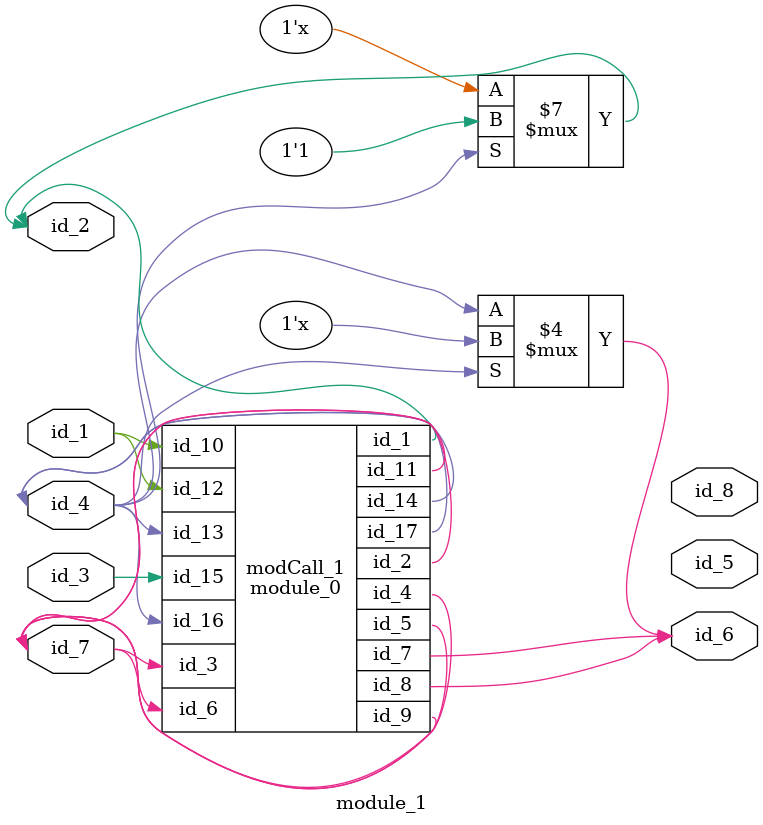
<source format=v>
module module_0 (
    id_1,
    id_2,
    id_3,
    id_4,
    id_5,
    id_6,
    id_7,
    id_8,
    id_9,
    id_10,
    id_11,
    id_12,
    id_13,
    id_14,
    id_15,
    id_16,
    id_17
);
  inout wire id_17;
  input wire id_16;
  input wire id_15;
  inout wire id_14;
  input wire id_13;
  input wire id_12;
  inout wire id_11;
  input wire id_10;
  inout wire id_9;
  output wire id_8;
  output wire id_7;
  input wire id_6;
  output wire id_5;
  inout wire id_4;
  input wire id_3;
  inout wire id_2;
  inout wire id_1;
  initial begin : LABEL_0
    id_7  <= "";
    id_17 <= id_16;
    id_14 <= 1;
    id_7  <= id_13;
    id_8  <= id_1;
    id_14 = (1);
  end
  generate
    wire id_18;
  endgenerate
endmodule
module module_1 (
    id_1,
    id_2,
    id_3,
    id_4,
    id_5,
    id_6,
    id_7,
    id_8
);
  output wire id_8;
  inout wire id_7;
  output wire id_6;
  output wire id_5;
  inout wire id_4;
  input wire id_3;
  inout wire id_2;
  input wire id_1;
  always
    if (id_4) id_2 <= 1;
    else begin : LABEL_0
      id_6 <= id_4;
    end
  module_0 modCall_1 (
      id_2,
      id_7,
      id_7,
      id_7,
      id_7,
      id_7,
      id_6,
      id_6,
      id_7,
      id_1,
      id_7,
      id_1,
      id_4,
      id_4,
      id_3,
      id_4,
      id_4
  );
endmodule

</source>
